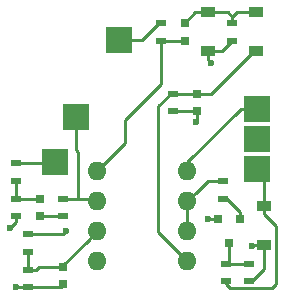
<source format=gtl>
%TF.GenerationSoftware,KiCad,Pcbnew,4.0.4+e1-6308~48~ubuntu16.04.1-stable*%
%TF.CreationDate,2016-10-27T02:54:46-07:00*%
%TF.ProjectId,envelope-gen_LM358_DIP,656E76656C6F70652D67656E5F4C4D33,rev?*%
%TF.FileFunction,Copper,L1,Top,Signal*%
%FSLAX46Y46*%
G04 Gerber Fmt 4.6, Leading zero omitted, Abs format (unit mm)*
G04 Created by KiCad (PCBNEW 4.0.4+e1-6308~48~ubuntu16.04.1-stable) date Thu Oct 27 02:54:46 2016*
%MOMM*%
%LPD*%
G01*
G04 APERTURE LIST*
%ADD10C,0.100000*%
%ADD11R,2.235200X2.235200*%
%ADD12O,1.600000X1.600000*%
%ADD13R,0.750000X0.800000*%
%ADD14R,1.220000X0.910000*%
%ADD15R,0.800100X0.800100*%
%ADD16R,0.900000X0.500000*%
%ADD17C,0.600000*%
%ADD18C,0.250000*%
G04 APERTURE END LIST*
D10*
D11*
X177241200Y-61620400D03*
D12*
X180880000Y-62420000D03*
X180880000Y-64960000D03*
X180880000Y-67500000D03*
X180880000Y-70040000D03*
X188500000Y-70040000D03*
X188500000Y-67500000D03*
X188500000Y-64960000D03*
X188500000Y-62420000D03*
D13*
X176000000Y-66250000D03*
X176000000Y-64750000D03*
X178000000Y-70500000D03*
X178000000Y-72000000D03*
X188275200Y-49851600D03*
X188275200Y-51351600D03*
X189275200Y-57351600D03*
X189275200Y-55851600D03*
D14*
X190275200Y-48966600D03*
X190275200Y-52236600D03*
X194275200Y-52236600D03*
X194275200Y-48966600D03*
X195000000Y-65365000D03*
X195000000Y-68635000D03*
D15*
X192950000Y-66499240D03*
X191050000Y-66499240D03*
X192000000Y-68498220D03*
D16*
X174000000Y-61750000D03*
X174000000Y-63250000D03*
X174000000Y-64750000D03*
X174000000Y-66250000D03*
X175000000Y-67750000D03*
X175000000Y-69250000D03*
X175000000Y-70750000D03*
X175000000Y-72250000D03*
X178000000Y-64750000D03*
X178000000Y-66250000D03*
X186275200Y-51351600D03*
X186275200Y-49851600D03*
X192275200Y-49851600D03*
X192275200Y-51351600D03*
X187275200Y-55851600D03*
X187275200Y-57351600D03*
X191500000Y-64750000D03*
X191500000Y-63250000D03*
X193750000Y-70250000D03*
X193750000Y-71750000D03*
X191750000Y-70250000D03*
X191750000Y-71750000D03*
D11*
X194360800Y-59690000D03*
X194360800Y-57150000D03*
X194360800Y-62230000D03*
X179100000Y-57850000D03*
X182700000Y-51300000D03*
D17*
X174000000Y-72250000D03*
X173500000Y-67250000D03*
X194000000Y-68750000D03*
X190500000Y-53250000D03*
X189250000Y-58250000D03*
X178250000Y-67500000D03*
X190250000Y-66500000D03*
D18*
X190275200Y-48966600D02*
X189160200Y-48966600D01*
X189160200Y-48966600D02*
X188275200Y-49851600D01*
X192275200Y-49851600D02*
X192275200Y-49351600D01*
X192275200Y-49351600D02*
X191890200Y-48966600D01*
X191890200Y-48966600D02*
X191135200Y-48966600D01*
X191135200Y-48966600D02*
X190275200Y-48966600D01*
X194275200Y-48966600D02*
X192660200Y-48966600D01*
X192660200Y-48966600D02*
X192275200Y-49351600D01*
X183250000Y-58079802D02*
X183250000Y-60050000D01*
X183250000Y-60050000D02*
X180880000Y-62420000D01*
X186275200Y-51351600D02*
X186275200Y-55054602D01*
X186275200Y-55054602D02*
X183250000Y-58079802D01*
X188275200Y-51351600D02*
X186275200Y-51351600D01*
X175000000Y-72250000D02*
X174000000Y-72250000D01*
X175000000Y-72250000D02*
X177750000Y-72250000D01*
X177750000Y-72250000D02*
X178000000Y-72000000D01*
X174000000Y-66750000D02*
X173500000Y-67250000D01*
X174000000Y-66250000D02*
X174000000Y-66750000D01*
X195000000Y-68635000D02*
X194115000Y-68635000D01*
X194115000Y-68635000D02*
X194000000Y-68750000D01*
X195000000Y-68635000D02*
X195000000Y-70700000D01*
X195000000Y-70700000D02*
X193950000Y-71750000D01*
X193950000Y-71750000D02*
X193750000Y-71750000D01*
X190275200Y-52236600D02*
X190275200Y-53025200D01*
X190275200Y-53025200D02*
X190500000Y-53250000D01*
X190275200Y-52236600D02*
X191390200Y-52236600D01*
X191390200Y-52236600D02*
X192275200Y-51351600D01*
X189275200Y-57351600D02*
X189275200Y-58224800D01*
X189275200Y-58224800D02*
X189250000Y-58250000D01*
X189275200Y-57351600D02*
X187275200Y-57351600D01*
X195000000Y-65365000D02*
X195000000Y-62869200D01*
X195000000Y-62869200D02*
X194360800Y-62230000D01*
X196000000Y-72000000D02*
X196000000Y-67070000D01*
X196000000Y-67070000D02*
X195000000Y-66070000D01*
X195000000Y-66070000D02*
X195000000Y-65365000D01*
X195674999Y-72325001D02*
X196000000Y-72000000D01*
X191750000Y-72000000D02*
X192075001Y-72325001D01*
X192075001Y-72325001D02*
X195674999Y-72325001D01*
X191750000Y-71750000D02*
X191750000Y-72000000D01*
X175000000Y-67750000D02*
X178000000Y-67750000D01*
X178000000Y-67750000D02*
X178250000Y-67500000D01*
X191050000Y-66499240D02*
X190250760Y-66499240D01*
X190250760Y-66499240D02*
X190250000Y-66500000D01*
X194360800Y-57150000D02*
X192993200Y-57150000D01*
X192993200Y-57150000D02*
X188500000Y-61643200D01*
X188500000Y-61643200D02*
X188500000Y-62420000D01*
X174000000Y-61750000D02*
X177241200Y-61750000D01*
X176000000Y-66250000D02*
X178000000Y-66250000D01*
X174000000Y-64750000D02*
X174000000Y-63250000D01*
X176000000Y-64750000D02*
X174000000Y-64750000D01*
X178000000Y-70500000D02*
X178000000Y-70380000D01*
X178000000Y-70380000D02*
X180080001Y-68299999D01*
X180080001Y-68299999D02*
X180880000Y-67500000D01*
X175000000Y-70750000D02*
X175700000Y-70750000D01*
X175700000Y-70750000D02*
X175950000Y-70500000D01*
X175950000Y-70500000D02*
X177375000Y-70500000D01*
X177375000Y-70500000D02*
X178000000Y-70500000D01*
X175000000Y-70750000D02*
X175000000Y-69250000D01*
X189275200Y-55851600D02*
X190505200Y-55851600D01*
X190505200Y-55851600D02*
X194120200Y-52236600D01*
X194120200Y-52236600D02*
X194275200Y-52236600D01*
X187275200Y-55851600D02*
X189275200Y-55851600D01*
X186000000Y-67540000D02*
X186000000Y-56926800D01*
X186000000Y-56926800D02*
X187075200Y-55851600D01*
X187075200Y-55851600D02*
X187275200Y-55851600D01*
X188500000Y-70040000D02*
X186000000Y-67540000D01*
X192950000Y-66499240D02*
X192950000Y-65849190D01*
X191850810Y-64750000D02*
X191500000Y-64750000D01*
X192950000Y-65849190D02*
X191850810Y-64750000D01*
X192000000Y-68498220D02*
X192000000Y-70000000D01*
X192000000Y-70000000D02*
X191750000Y-70250000D01*
X191750000Y-70250000D02*
X193750000Y-70250000D01*
X188500000Y-64960000D02*
X188500000Y-67500000D01*
X191500000Y-63250000D02*
X190210000Y-63250000D01*
X190210000Y-63250000D02*
X189299999Y-64160001D01*
X189299999Y-64160001D02*
X188500000Y-64960000D01*
X179100000Y-57850000D02*
X179100000Y-60600000D01*
X179100000Y-60600000D02*
X179250000Y-60750000D01*
X178000000Y-64750000D02*
X179250000Y-64750000D01*
X179250000Y-64750000D02*
X180670000Y-64750000D01*
X179250000Y-63750000D02*
X179250000Y-64750000D01*
X179250000Y-60750000D02*
X179250000Y-63750000D01*
X180670000Y-64750000D02*
X180880000Y-64960000D01*
X182700000Y-51300000D02*
X184626800Y-51300000D01*
X184626800Y-51300000D02*
X186075200Y-49851600D01*
X186075200Y-49851600D02*
X186275200Y-49851600D01*
M02*

</source>
